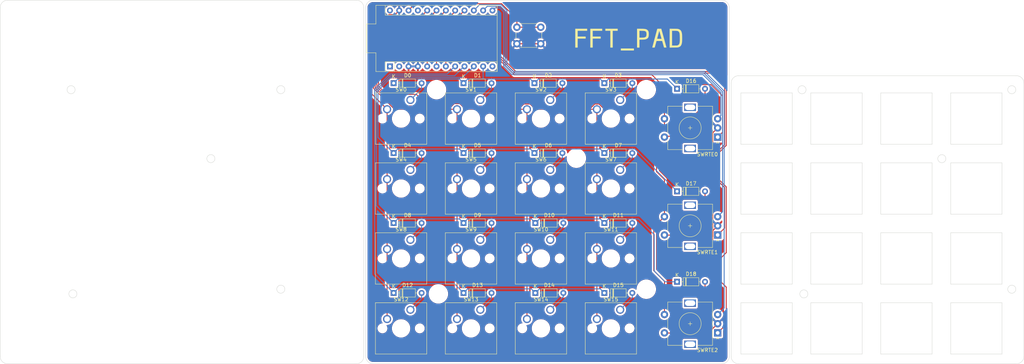
<source format=kicad_pcb>
(kicad_pcb (version 20211014) (generator pcbnew)
  (layers (0 "F.Cu" signal) (31 "B.Cu" signal) (34 "B.Paste" user) (35 "F.Paste" user) (36 "B.SilkS" user "B.Silkscreen") (37 "F.SilkS" user "F.Silkscreen") (38 "B.Mask" user) (39 "F.Mask" user) (44 "Edge.Cuts" user))
  (net 0 "")
  (net 1 "row0")
  (net 2 "Net-(D0-Pad2)")
  (net 3 "Net-(SW1-Pad1)")
  (net 4 "Net-(SW2-Pad1)")
  (net 5 "Net-(SW3-Pad1)")
  (net 6 "row1")
  (net 7 "Net-(SW4-Pad1)")
  (net 8 "Net-(SW5-Pad1)")
  (net 9 "Net-(SW6-Pad1)")
  (net 10 "Net-(SW7-Pad1)")
  (net 11 "row2")
  (net 12 "Net-(SW8-Pad1)")
  (net 13 "Net-(SW9-Pad1)")
  (net 14 "Net-(SW10-Pad1)")
  (net 15 "Net-(SW11-Pad1)")
  (net 16 "row3")
  (net 17 "Net-(SW12-Pad1)")
  (net 18 "Net-(SW13-Pad1)")
  (net 19 "Net-(SW14-Pad1)")
  (net 20 "Net-(SW15-Pad1)")
  (net 21 "Net-(SWRTE0-PadS2)")
  (net 22 "Net-(SWRTE1-PadS2)")
  (net 23 "Net-(SWRTE2-PadS2)")
  (net 24 "col4")
  (net 25 "col3")
  (net 26 "col2")
  (net 28 "col1")
  (net 30 "col0")
  (net 31 "GND")
  (net 32 "RTE2")
  (net 33 "RTE1")
  (net 34 "RTE3")
  (net 35 "RTE0")
  (net 36 "RTE4")
  (net 38 "RTE5")
  (net 39 "RST")
  (footprint "Diode_THT:D_DO-35_SOD27_P7.62mm_Horizontal" (layer "F.Cu") (at 116.332 95.758)
    (fp_text reference "D7")
    (fp_text value "1N4148")
  )
  (footprint "Button_Switch_Keyboard:SW_Cherry_MX_1.00u_PCB" (layer "F.Cu") (at 101.6 81.28)
    (fp_text reference "SW2")
    (fp_text value "SW_Push")
  )
  (footprint "Button_Switch_Keyboard:SW_Cherry_MX_1.00u_PCB" (layer "F.Cu") (at 63.5 119.38)
    (fp_text reference "SW8")
    (fp_text value "SW_Push")
  )
  (footprint "Button_Switch_Keyboard:SW_Cherry_MX_1.00u_PCB" (layer "F.Cu") (at 63.5 81.28)
    (fp_text reference "SW0")
    (fp_text value "SW_Push")
  )
  (footprint "Diode_THT:D_DO-35_SOD27_P7.62mm_Horizontal" (layer "F.Cu") (at 97.536 114.808)
    (fp_text reference "D10")
    (fp_text value "1N4148")
  )
  (footprint "Diode_THT:D_DO-35_SOD27_P7.62mm_Horizontal" (layer "F.Cu") (at 58.928 95.758)
    (fp_text reference "D4")
    (fp_text value "1N4148")
  )
  (footprint "Diode_THT:D_DO-35_SOD27_P7.62mm_Horizontal" (layer "F.Cu") (at 97.282 76.708)
    (fp_text reference "D2")
    (fp_text value "1N4148")
  )
  (footprint "kbd:M2_HOLE_v2" (layer "F.Cu") (at 108.712 97.155)
    (fp_text reference "Ref**" hide)
    (fp_text value "Val**" hide)
  )
  (footprint "Button_Switch_Keyboard:SW_Cherry_MX_1.00u_PCB" (layer "F.Cu") (at 120.65 119.38)
    (fp_text reference "SW11")
    (fp_text value "SW_Push")
  )
  (footprint "Diode_THT:D_DO-35_SOD27_P7.62mm_Horizontal" (layer "F.Cu") (at 58.928 76.708)
    (fp_text reference "D0")
    (fp_text value "1N4148")
  )
  (footprint "Diode_THT:D_DO-35_SOD27_P7.62mm_Horizontal" (layer "F.Cu") (at 77.978 76.708)
    (fp_text reference "D1")
    (fp_text value "1N4148")
  )
  (footprint "Diode_THT:D_DO-35_SOD27_P7.62mm_Horizontal" (layer "F.Cu") (at 97.282 95.758)
    (fp_text reference "D6")
    (fp_text value "1N4148")
  )
  (footprint "Button_Switch_Keyboard:SW_Cherry_MX_1.00u_PCB" (layer "F.Cu") (at 82.55 81.28)
    (fp_text reference "SW1")
    (fp_text value "SW_Push")
  )
  (footprint "Diode_THT:D_DO-35_SOD27_P7.62mm_Horizontal" (layer "F.Cu") (at 136.144 106.172)
    (fp_text reference "D17")
    (fp_text value "1N4148")
  )
  (footprint "Button_Switch_Keyboard:SW_Cherry_MX_1.00u_PCB" (layer "F.Cu") (at 101.6 119.38)
    (fp_text reference "SW10")
    (fp_text value "SW_Push")
  )
  (footprint "Diode_THT:D_DO-35_SOD27_P7.62mm_Horizontal" (layer "F.Cu") (at 58.928 133.858)
    (fp_text reference "D12")
    (fp_text value "1N4148")
  )
  (footprint "Button_Switch_Keyboard:SW_Cherry_MX_1.00u_PCB" (layer "F.Cu") (at 101.6 100.33)
    (fp_text reference "SW6")
    (fp_text value "SW_Push")
  )
  (footprint "Arduino:Sparkfun_Pro_Micro" (layer "F.Cu") (at 85.852 56.896 -90)
    (fp_text reference "Sparkfun_Pro_Micro1" hide)
    (fp_text value "Pro_Micro")
  )
  (footprint "Rotary_Encoder:RotaryEncoder_Alps_EC11E-Switch_Vertical_H20mm" (layer "F.Cu") (at 147.204 91.4 180)
    (fp_text reference "SWRTE0")
    (fp_text value "RotaryEncoder_Switch")
  )
  (footprint "Diode_THT:D_DO-35_SOD27_P7.62mm_Horizontal" (layer "F.Cu") (at 58.928 114.808)
    (fp_text reference "D8")
    (fp_text value "1N4148")
  )
  (footprint "Button_Switch_Keyboard:SW_Cherry_MX_1.00u_PCB" (layer "F.Cu") (at 82.55 100.33)
    (fp_text reference "SW5")
    (fp_text value "SW_Push")
  )
  (footprint "Diode_THT:D_DO-35_SOD27_P7.62mm_Horizontal" (layer "F.Cu") (at 116.332 114.808)
    (fp_text reference "D11")
    (fp_text value "1N4148")
  )
  (footprint "Button_Switch_Keyboard:SW_Cherry_MX_1.00u_PCB" (layer "F.Cu") (at 82.55 119.38)
    (fp_text reference "SW9")
    (fp_text value "SW_Push")
  )
  (footprint "Button_Switch_Keyboard:SW_Cherry_MX_1.00u_PCB" (layer "F.Cu") (at 120.65 81.28)
    (fp_text reference "SW3")
    (fp_text value "SW_Push")
  )
  (footprint "kbd:M2_HOLE_v2" (layer "F.Cu") (at 71.12 134.112)
    (fp_text reference "Ref**" hide)
    (fp_text value "Val**" hide)
  )
  (footprint "Diode_THT:D_DO-35_SOD27_P7.62mm_Horizontal" (layer "F.Cu") (at 77.978 114.808)
    (fp_text reference "D9")
    (fp_text value "1N4148")
  )
  (footprint "FFT_PAD:FFT_PAD_sized_Vertical" (layer "F.Cu") (at 122.936 64.516)
    (fp_text reference "G***" hide)
    (fp_text value "LOGO" hide)
  )
  (footprint "kbd:M2_HOLE_v2" (layer "F.Cu") (at 127.762 132.842)
    (fp_text reference "Ref**" hide)
    (fp_text value "Val**" hide)
  )
  (footprint "Rotary_Encoder:RotaryEncoder_Alps_EC11E-Switch_Vertical_H20mm" (layer "F.Cu") (at 147.204 118.07 180)
    (fp_text reference "SWRTE1")
    (fp_text value "RotaryEncoder_Switch")
  )
  (footprint "Diode_THT:D_DO-35_SOD27_P7.62mm_Horizontal" (layer "F.Cu") (at 116.332 133.858)
    (fp_text reference "D15")
    (fp_text value "1N4148")
  )
  (footprint "Diode_THT:D_DO-35_SOD27_P7.62mm_Horizontal" (layer "F.Cu") (at 116.332 76.708)
    (fp_text reference "D3")
    (fp_text value "1N4148")
  )
  (footprint "Diode_THT:D_DO-35_SOD27_P7.62mm_Horizontal" (layer "F.Cu") (at 77.978 95.758)
    (fp_text reference "D5")
    (fp_text value "1N4148")
  )
  (footprint "Diode_THT:D_DO-35_SOD27_P7.62mm_Horizontal" (layer "F.Cu") (at 136.144 130.81)
    (fp_text reference "D18")
    (fp_text value "1N4148")
  )
  (footprint "Diode_THT:D_DO-35_SOD27_P7.62mm_Horizontal" (layer "F.Cu") (at 136.144 78.232)
    (fp_text reference "D16")
    (fp_text value "1N4148")
  )
  (footprint "Diode_THT:D_DO-35_SOD27_P7.62mm_Horizontal" (layer "F.Cu") (at 77.978 133.858)
    (fp_text reference "D13")
    (fp_text value "1N4148")
  )
  (footprint "kbd:M2_HOLE_v2" (layer "F.Cu") (at 70.612 78.486)
    (fp_text reference "Ref**" hide)
    (fp_text value "Val**" hide)
  )
  (footprint "Button_Switch_THT:SW_PUSH_6mm" (layer "F.Cu") (at 92.508 61.468)
    (fp_text reference "SW19" hide)
    (fp_text value "SW_Push")
  )
  (footprint "Button_Switch_Keyboard:SW_Cherry_MX_1.00u_PCB" (layer "F.Cu") (at 101.6 138.43)
    (fp_text reference "SW14")
    (fp_text value "SW_Push")
  )
  (footprint "Rotary_Encoder:RotaryEncoder_Alps_EC11E-Switch_Vertical_H20mm" (layer "F.Cu") (at 147.204 144.74 180)
    (fp_text reference "SWRTE2")
    (fp_text value "RotaryEncoder_Switch")
  )
  (footprint "Button_Switch_Keyboard:SW_Cherry_MX_1.00u_PCB" (layer "F.Cu") (at 63.5 138.43)
    (fp_text reference "SW12")
    (fp_text value "SW_Push")
  )
  (footprint "Button_Switch_Keyboard:SW_Cherry_MX_1.00u_PCB" (layer "F.Cu") (at 63.5 100.33)
    (fp_text reference "SW4")
    (fp_text value "SW_Push")
  )
  (footprint "Button_Switch_Keyboard:SW_Cherry_MX_1.00u_PCB" (layer "F.Cu") (at 82.55 138.43)
    (fp_text reference "SW13")
    (fp_text value "SW_Push")
  )
  (footprint "Button_Switch_Keyboard:SW_Cherry_MX_1.00u_PCB" (layer "F.Cu") (at 120.65 100.33)
    (fp_text reference "SW7")
    (fp_text value "SW_Push")
  )
  (footprint "kbd:M2_HOLE_v2" (layer "F.Cu") (at 127.762 78.486)
    (fp_text reference "Ref**" hide)
    (fp_text value "Val**" hide)
  )
  (footprint "Diode_THT:D_DO-35_SOD27_P7.62mm_Horizontal" (layer "F.Cu") (at 97.536 133.858)
    (fp_text reference "D14")
    (fp_text value "1N4148")
  )
  (footprint "Button_Switch_Keyboard:SW_Cherry_MX_1.00u_PCB" (layer "F.Cu") (at 120.65 138.43)
    (fp_text reference "SW15")
    (fp_text value "SW_Push")
  )
  (gr_line (start 186.563 131.445) (end 172.593 131.445) (layer "Edge.Cuts") (width 0.1))
  (gr_line (start 153.543 79.375) (end 167.513 79.375) (layer "Edge.Cuts") (width 0.1))
  (gr_circle (center 9.14 97.27) (end 9.14 98.37) (layer "Edge.Cuts") (width 0.1) (fill none))
  (gr_arc (start 150.876 76.708) (mid 151.471159 75.271159) (end 152.908 74.676) (layer "Edge.Cuts") (width 0.1))
  (gr_line (start 167.513 150.495) (end 153.543 150.495) (layer "Edge.Cuts") (width 0.1))
  (gr_arc (start 50.8 151.13) (mid 50.204841 152.566841) (end 48.768 153.162) (layer "Edge.Cuts") (width 0.1))
  (gr_line (start 224.663 98.425) (end 224.663 112.395) (layer "Edge.Cuts") (width 0.1))
  (gr_line (start 186.563 79.375) (end 186.563 93.345) (layer "Edge.Cuts") (width 0.1))
  (gr_circle (center 28.194 78.48) (end 28.194 79.58) (layer "Edge.Cuts") (width 0.1) (fill none))
  (gr_line (start 224.663 93.345) (end 210.693 93.345) (layer "Edge.Cuts") (width 0.1))
  (gr_line (start 167.513 136.525) (end 167.513 150.495) (layer "Edge.Cuts") (width 0.1))
  (gr_circle (center -28.95 78.49) (end -28.95 79.59) (layer "Edge.Cuts") (width 0.1) (fill none))
  (gr_line (start 205.613 93.345) (end 191.643 93.345) (layer "Edge.Cuts") (width 0.1))
  (gr_line (start 210.693 117.475) (end 210.693 131.445) (layer "Edge.Cuts") (width 0.1))
  (gr_line (start 224.663 112.395) (end 210.693 112.395) (layer "Edge.Cuts") (width 0.1))
  (gr_line (start 191.643 117.475) (end 191.643 131.445) (layer "Edge.Cuts") (width 0.1))
  (gr_arc (start 148.336 54.102) (mid 149.772841 54.697159) (end 150.368 56.134) (layer "Edge.Cuts") (width 0.1))
  (gr_arc (start 152.908 153.162) (mid 151.471159 152.566841) (end 150.876 151.13) (layer "Edge.Cuts") (width 0.1))
  (gr_arc (start 51.308 56.134) (mid 51.903159 54.697159) (end 53.34 54.102) (layer "Edge.Cuts") (width 0.1))
  (gr_line (start 172.593 117.475) (end 186.563 117.475) (layer "Edge.Cuts") (width 0.1))
  (gr_line (start 191.643 98.425) (end 205.613 98.425) (layer "Edge.Cuts") (width 0.1))
  (gr_circle (center 170.186 78.5) (end 170.186 79.6) (layer "Edge.Cuts") (width 0.1) (fill none))
  (gr_line (start 167.513 79.375) (end 167.513 93.345) (layer "Edge.Cuts") (width 0.1))
  (gr_line (start 224.663 150.495) (end 210.693 150.495) (layer "Edge.Cuts") (width 0.1))
  (gr_line (start 172.593 98.425) (end 172.593 112.395) (layer "Edge.Cuts") (width 0.1))
  (gr_line (start 224.663 79.375) (end 224.663 93.345) (layer "Edge.Cuts") (width 0.1))
  (gr_line (start 205.613 150.495) (end 191.643 150.495) (layer "Edge.Cuts") (width 0.1))
  (gr_line (start 150.368 151.13) (end 150.368 56.134) (layer "Edge.Cuts") (width 0.1))
  (gr_line (start 172.593 79.375) (end 172.593 93.345) (layer "Edge.Cuts") (width 0.1))
  (gr_circle (center 28.194 132.83) (end 28.194 133.93) (layer "Edge.Cuts") (width 0.1) (fill none))
  (gr_line (start 167.513 112.395) (end 153.543 112.395) (layer "Edge.Cuts") (width 0.1))
  (gr_line (start 172.593 136.525) (end 186.563 136.525) (layer "Edge.Cuts") (width 0.1))
  (gr_circle (center 227.33 78.49) (end 227.33 79.59) (layer "Edge.Cuts") (width 0.1) (fill none))
  (gr_line (start 172.593 150.495) (end 172.593 136.525) (layer "Edge.Cuts") (width 0.1))
  (gr_line (start 210.693 136.525) (end 210.693 150.495) (layer "Edge.Cuts") (width 0.1))
  (gr_line (start 153.543 136.525) (end 167.513 136.525) (layer "Edge.Cuts") (width 0.1))
  (gr_line (start 228.6 74.676) (end 152.908 74.676) (layer "Edge.Cuts") (width 0.1))
  (gr_arc (start 230.632 151.13) (mid 230.036841 152.566841) (end 228.6 153.162) (layer "Edge.Cuts") (width 0.1))
  (gr_line (start 210.693 79.375) (end 210.693 93.345) (layer "Edge.Cuts") (width 0.1))
  (gr_line (start 224.663 136.525) (end 224.663 150.495) (layer "Edge.Cuts") (width 0.1))
  (gr_line (start 205.613 131.445) (end 191.643 131.445) (layer "Edge.Cuts") (width 0.1))
  (gr_line (start 53.34 153.162) (end 148.336 153.162) (layer "Edge.Cuts") (width 0.1))
  (gr_line (start 153.543 79.375) (end 153.543 93.345) (layer "Edge.Cuts") (width 0.1))
  (gr_arc (start 150.368 151.13) (mid 149.772841 152.566841) (end 148.336 153.162) (layer "Edge.Cuts") (width 0.1))
  (gr_line (start 50.8 151.13) (end 50.8 56.134) (layer "Edge.Cuts") (width 0.1))
  (gr_line (start 153.543 136.525) (end 153.543 150.495) (layer "Edge.Cuts") (width 0.1))
  (gr_line (start 210.693 79.375) (end 224.663 79.375) (layer "Edge.Cuts") (width 0.1))
  (gr_line (start 150.876 76.708) (end 150.876 151.13) (layer "Edge.Cuts") (width 0.1))
  (gr_line (start 153.543 98.425) (end 167.513 98.425) (layer "Edge.Cuts") (width 0.1))
  (gr_line (start 186.563 98.425) (end 186.563 112.395) (layer "Edge.Cuts") (width 0.1))
  (gr_line (start -48.26 56.134) (end -48.26 151.13) (layer "Edge.Cuts") (width 0.1))
  (gr_line (start 186.563 117.475) (end 186.563 131.445) (layer "Edge.Cuts") (width 0.1))
  (gr_line (start 167.513 98.425) (end 167.513 112.395) (layer "Edge.Cuts") (width 0.1))
  (gr_line (start 205.613 79.375) (end 205.613 93.345) (layer "Edge.Cuts") (width 0.1))
  (gr_line (start 186.563 150.495) (end 172.593 150.495) (layer "Edge.Cuts") (width 0.1))
  (gr_line (start 153.543 98.425) (end 153.543 112.395) (layer "Edge.Cuts") (width 0.1))
  (gr_line (start 186.563 112.395) (end 172.593 112.395) (layer "Edge.Cuts") (width 0.1))
  (gr_line (start 153.543 117.475) (end 167.513 117.475) (layer "Edge.Cuts") (width 0.1))
  (gr_line (start 172.593 117.475) (end 172.593 131.445) (layer "Edge.Cuts") (width 0.1))
  (gr_circle (center 208.276 97.28) (end 208.276 98.38) (layer "Edge.Cuts") (width 0.1) (fill none))
  (gr_line (start 172.593 79.375) (end 186.563 79.375) (layer "Edge.Cuts") (width 0.1))
  (gr_line (start 167.513 117.475) (end 167.513 131.445) (layer "Edge.Cuts") (width 0.1))
  (gr_line (start 191.643 136.525) (end 191.643 150.495) (layer "Edge.Cuts") (width 0.1))
  (gr_line (start 186.563 136.525) (end 186.563 150.495) (layer "Edge.Cuts") (width 0.1))
  (gr_arc (start 53.34 153.162) (mid 51.903159 152.566841) (end 51.308 151.13) (layer "Edge.Cuts") (width 0.1))
  (gr_line (start 152.908 153.162) (end 228.6 153.162) (layer "Edge.Cuts") (width 0.1))
  (gr_line (start 186.563 93.345) (end 172.593 93.345) (layer "Edge.Cuts") (width 0.1))
  (gr_arc (start 228.6 74.676) (mid 230.036841 75.271159) (end 230.632 76.708) (layer "Edge.Cuts") (width 0.1))
  (gr_line (start 191.643 117.475) (end 205.613 117.475) (layer "Edge.Cuts") (width 0.1))
  (gr_line (start 48.768 54.102) (end -46.228 54.102) (layer "Edge.Cuts") (width 0.1))
  (gr_line (start 230.632 151.13) (end 230.632 76.708) (layer "Edge.Cuts") (width 0.1))
  (gr_line (start 191.643 79.375) (end 205.613 79.375) (layer "Edge.Cuts") (width 0.1))
  (gr_circle (center 170.686 134.12) (end 170.686 135.22) (layer "Edge.Cuts") (width 0.1) (fill none))
  (gr_arc (start 48.768 54.102) (mid 50.204841 54.697159) (end 50.8 56.134) (layer "Edge.Cuts") (width 0.1))
  (gr_line (start 205.613 112.395) (end 191.643 112.395) (layer "Edge.Cuts") (width 0.1))
  (gr_line (start 172.593 98.425) (end 186.563 98.425) (layer "Edge.Cuts") (width 0.1))
  (gr_line (start 210.693 117.475) (end 224.663 117.475) (layer "Edge.Cuts") (width 0.1))
  (gr_line (start 148.336 54.102) (end 53.34 54.102) (layer "Edge.Cuts") (width 0.1))
  (gr_line (start 210.693 136.525) (end 224.663 136.525) (layer "Edge.Cuts") (width 0.1))
  (gr_line (start 167.513 93.345) (end 153.543 93.345) (layer "Edge.Cuts") (width 0.1))
  (gr_line (start 210.693 98.425) (end 224.663 98.425) (layer "Edge.Cuts") (width 0.1))
  (gr_line (start 205.613 136.525) (end 205.613 150.495) (layer "Edge.Cuts") (width 0.1))
  (gr_line (start 224.663 117.475) (end 224.663 131.445) (layer "Edge.Cuts") (width 0.1))
  (gr_line (start 224.663 131.445) (end 210.693 131.445) (layer "Edge.Cuts") (width 0.1))
  (gr_line (start 191.643 136.525) (end 205.613 136.525) (layer "Edge.Cuts") (width 0.1))
  (gr_line (start 191.643 98.425) (end 191.643 112.395) (layer "Edge.Cuts") (width 0.1))
  (gr_line (start 210.693 98.425) (end 210.693 112.395) (layer "Edge.Cuts") (width 0.1))
  (gr_line (start 205.613 98.425) (end 205.613 112.395) (layer "Edge.Cuts") (width 0.1))
  (gr_line (start 51.308 56.134) (end 51.308 151.13) (layer "Edge.Cuts") (width 0.1))
  (gr_line (start 167.513 131.445) (end 153.543 131.445) (layer "Edge.Cuts") (width 0.1))
  (gr_arc (start -48.26 56.134) (mid -47.664841 54.697159) (end -46.228 54.102) (layer "Edge.Cuts") (width 0.1))
  (gr_arc (start -46.228 153.162) (mid -47.664841 152.566841) (end -48.26 151.13) (layer "Edge.Cuts") (width 0.1))
  (gr_line (start -46.228 153.162) (end 48.768 153.162) (layer "Edge.Cuts") (width 0.1))
  (gr_circle (center 227.33 132.84) (end 227.33 133.94) (layer "Edge.Cuts") (width 0.1) (fill none))
  (gr_line (start 191.643 79.375) (end 191.643 93.345) (layer "Edge.Cuts") (width 0.1))
  (gr_circle (center -28.45 134.11) (end -28.45 135.21) (layer "Edge.Cuts") (width 0.1) (fill none))
  (gr_line (start 153.543 117.475) (end 153.543 131.445) (layer "Edge.Cuts") (width 0.1))
  (gr_line (start 205.613 117.475) (end 205.613 131.445) (layer "Edge.Cuts") (width 0.1))
  (segment (start 133.495489 75.583489) (end 117.456511 75.583489) (width 0.25) (layer "B.Cu") (net 1))
  (segment (start 60.052511 75.583489) (end 76.853489 75.583489) (width 0.25) (layer "B.Cu") (net 1))
  (segment (start 79.102511 75.583489) (end 83.203489 75.583489) (width 0.25) (layer "B.Cu") (net 1))
  (segment (start 96.157489 75.583489) (end 97.282 76.708) (width 0.25) (layer "B.Cu") (net 1))
  (segment (start 58.928 76.708) (end 60.052511 75.583489) (width 0.25) (layer "B.Cu") (net 1))
  (segment (start 83.312 72.136) (end 83.312 75.474978) (width 0.25) (layer "B.Cu") (net 1))
  (segment (start 76.853489 75.583489) (end 77.978 76.708) (width 0.25) (layer "B.Cu") (net 1))
  (segment (start 77.978 76.708) (end 79.102511 75.583489) (width 0.25) (layer "B.Cu") (net 1))
  (segment (start 115.207489 75.583489) (end 116.332 76.708) (width 0.25) (layer "B.Cu") (net 1))
  (segment (start 117.456511 75.583489) (end 116.332 76.708) (width 0.25) (layer "B.Cu") (net 1))
  (segment (start 83.203489 75.583489) (end 96.157489 75.583489) (width 0.25) (layer "B.Cu") (net 1))
  (segment (start 83.312 75.474978) (end 83.203489 75.583489) (width 0.25) (layer "B.Cu") (net 1))
  (segment (start 97.282 76.708) (end 98.406511 75.583489) (width 0.25) (layer "B.Cu") (net 1))
  (segment (start 136.144 78.232) (end 133.495489 75.583489) (width 0.25) (layer "B.Cu") (net 1))
  (segment (start 98.406511 75.583489) (end 115.207489 75.583489) (width 0.25) (layer "B.Cu") (net 1))
  (segment (start 63.5 81.28) (end 66.548 78.232) (width 0.25) (layer "B.Cu") (net 2))
  (segment (start 66.548 78.232) (end 66.548 76.708) (width 0.25) (layer "B.Cu") (net 2))
  (segment (start 85.598 78.232) (end 85.598 76.708) (width 0.25) (layer "B.Cu") (net 3))
  (segment (start 82.55 81.28) (end 85.598 78.232) (width 0.25) (layer "B.Cu") (net 3))
  (segment (start 104.902 77.978) (end 104.902 76.708) (width 0.25) (layer "B.Cu") (net 4))
  (segment (start 101.6 81.28) (end 104.902 77.978) (width 0.25) (layer "B.Cu") (net 4))
  (segment (start 123.952 77.978) (end 123.952 76.708) (width 0.25) (layer "B.Cu") (net 5))
  (segment (start 120.65 81.28) (end 123.952 77.978) (width 0.25) (layer "B.Cu") (net 5))
  (segment (start 96.157489 94.633489) (end 97.282 95.758) (width 0.25) (layer "B.Cu") (net 6))
  (segment (start 115.207489 94.633489) (end 116.332 95.758) (width 0.25) (layer "B.Cu") (net 6))
  (segment (start 79.102511 94.633489) (end 96.157489 94.633489) (width 0.25) (layer "B.Cu") (net 6))
  (segment (start 136.144 106.172) (end 124.605489 94.633489) (width 0.25) (layer "B.Cu") (net 6))
  (segment (start 54.655479 91.485479) (end 54.655479 78.731499) (width 0.25) (layer "B.Cu") (net 6))
  (segment (start 117.456511 94.633489) (end 116.332 95.758) (width 0.25) (layer "B.Cu") (net 6))
  (segment (start 76.853489 94.633489) (end 77.978 95.758) (width 0.25) (layer "B.Cu") (net 6))
  (segment (start 124.605489 94.633489) (end 117.456511 94.633489) (width 0.25) (layer "B.Cu") (net 6))
  (segment (start 80.772 72.136) (end 77.774031 75.133969) (width 0.25) (layer "B.Cu") (net 6))
  (segment (start 77.774031 75.133969) (end 74.879969 75.133969) (width 0.25) (layer "B.Cu") (net 6))
  (segment (start 58.253009 75.133969) (end 74.879969 75.133969) (width 0.25) (layer "B.Cu") (net 6))
  (segment (start 54.655479 78.731499) (end 58.253009 75.133969) (width 0.25) (layer "B.Cu") (net 6))
  (segment (start 60.052511 94.633489) (end 76.853489 94.633489) (width 0.25) (layer "B.Cu") (net 6))
  (segment (start 58.928 95.758) (end 60.052511 94.633489) (width 0.25) (layer "B.Cu") (net 6))
  (segment (start 97.282 95.758) (end 98.406511 94.633489) (width 0.25) (layer "B.Cu") (net 6))
  (segment (start 98.406511 94.633489) (end 115.207489 94.633489) (width 0.25) (layer "B.Cu") (net 6))
  (segment (start 77.978 95.758) (end 79.102511 94.633489) (width 0.25) (layer "B.Cu") (net 6))
  (segment (start 58.928 95.758) (end 54.655479 91.485479) (width 0.25) (layer "B.Cu") (net 6))
  (segment (start 63.5 100.33) (end 66.548 97.282) (width 0.25) (layer "B.Cu") (net 7))
  (segment (start 66.548 97.282) (end 66.548 95.758) (width 0.25) (layer "B.Cu") (net 7))
  (segment (start 82.55 100.33) (end 85.598 97.282) (width 0.25) (layer "B.Cu") (net 8))
  (segment (start 85.598 97.282) (end 85.598 95.758) (width 0.25) (layer "B.Cu") (net 8))
  (segment (start 104.902 97.028) (end 104.902 95.758) (width 0.25) (layer "B.Cu") (net 9))
  (segment (start 101.6 100.33) (end 104.902 97.028) (width 0.25) (layer "B.Cu") (net 9))
  (segment (start 123.952 97.028) (end 123.952 95.758) (width 0.25) (layer "B.Cu") (net 10))
  (segment (start 120.65 100.33) (end 123.952 97.028) (width 0.25) (layer "B.Cu") (net 10))
  (segment (start 116.332 114.808) (end 117.456511 113.683489) (width 0.25) (layer "B.Cu") (net 11))
  (segment (start 77.978 114.808) (end 79.102511 113.683489) (width 0.25) (layer "B.Cu") (net 11))
  (segment (start 76.853489 113.683489) (end 77.978 114.808) (width 0.25) (layer "B.Cu") (net 11))
  (segment (start 79.102511 113.683489) (end 96.411489 113.683489) (width 0.25) (layer "B.Cu") (net 11))
  (segment (start 58.928 114.808) (end 54.205959 110.085959) (width 0.25) (layer "B.Cu") (net 11))
  (segment (start 73.651551 74.684449) (end 75.555833 74.684449) (width 0.25) (layer "B.Cu") (net 11))
  (segment (start 58.066812 74.684449) (end 73.651551 74.684449) (width 0.25) (layer "B.Cu") (net 11))
  (segment (start 125.621489 113.683489) (end 129.921 117.983) (width 0.25) (layer "B.Cu") (net 11))
  (segment (start 75.555833 74.684449) (end 78.168141 72.072141) (width 0.25) (layer "B.Cu") (net 11))
  (segment (start 115.207489 113.683489) (end 116.332 114.808) (width 0.25) (layer "B.Cu") (net 11))
  (segment (start 54.205959 78.545302) (end 58.066812 74.684449) (width 0.25) (layer "B.Cu") (net 11))
  (segment (start 98.660511 113.683489) (end 115.207489 113.683489) (width 0.25) (layer "B.Cu") (net 11))
  (segment (start 58.928 114.808) (end 60.052511 113.683489) (width 0.25) (layer "B.Cu") (net 11))
  (segment (start 97.536 114.808) (end 98.660511 113.683489) (width 0.25) (layer "B.Cu") (net 11))
  (segment (start 54.205959 110.085959) (end 54.205959 78.545302) (width 0.25) (layer "B.Cu") (net 11))
  (segment (start 132.842 130.81) (end 136.144 130.81) (width 0.25) (layer "B.Cu") (net 11))
  (segment (start 117.456511 113.683489) (end 125.621489 113.683489) (width 0.25) (layer "B.Cu") (net 11))
  (segment (start 96.411489 113.683489) (end 97.536 114.808) (width 0.25) (layer "B.Cu") (net 11))
  (segment (start 129.921 117.983) (end 129.921 127.889) (width 0.25) (layer "B.Cu") (net 11))
  (segment (start 129.921 127.889) (end 132.842 130.81) (width 0.25) (layer "B.Cu") (net 11))
  (segment (start 60.052511 113.683489) (end 76.853489 113.683489) (width 0.25) (layer "B.Cu") (net 11))
  (segment (start 66.548 116.332) (end 66.548 114.808) (width 0.25) (layer "B.Cu") (net 12))
  (segment (start 63.5 119.38) (end 66.548 116.332) (width 0.25) (layer "B.Cu") (net 12))
  (segment (start 85.598 116.332) (end 85.598 114.808) (width 0.25) (layer "B.Cu") (net 13))
  (segment (start 82.55 119.38) (end 85.598 116.332) (width 0.25) (layer "B.Cu") (net 13))
  (segment (start 105.156 115.824) (end 105.156 114.808) (width 0.25) (layer "B.Cu") (net 14))
  (segment (start 101.6 119.38) (end 105.156 115.824) (width 0.25) (layer "B.Cu") (net 14))
  (segment (start 120.65 119.38) (end 123.952 116.078) (width 0.25) (layer "B.Cu") (net 15))
  (segment (start 123.952 116.078) (end 123.952 114.808) (width 0.25) (layer "B.Cu") (net 15))
  (segment (start 61.468 131.318) (end 75.438 131.318) (width 0.25) (layer "B.Cu") (net 16))
  (segment (start 97.536 133.858) (end 98.660511 132.733489) (width 0.25) (layer "B.Cu") (net 16))
  (segment (start 58.928 133.858) (end 53.756439 128.686439) (width 0.25) (layer "B.Cu") (net 16))
  (segment (start 77.978 133.858) (end 79.102511 132.733489) (width 0.25) (layer "B.Cu") (net 16))
  (segment (start 75.438 131.318) (end 77.978 133.858) (width 0.25) (layer "B.Cu") (net 16))
  (segment (start 79.102511 132.733489) (end 96.411489 132.733489) (width 0.25) (layer "B.Cu") (net 16))
  (segment (start 96.411489 132.733489) (end 97.536 133.858) (width 0.25) (layer "B.Cu") (net 16))
  (segment (start 115.207489 132.733489) (end 116.332 133.858) (width 0.25) (layer "B.Cu") (net 16))
  (segment (start 57.880615 74.234929) (end 73.465353 74.234929) (width 0.25) (layer "B.Cu") (net 16))
  (segment (start 58.928 133.858) (end 61.468 131.318) (width 0.25) (layer "B.Cu") (net 16))
  (segment (start 53.756439 78.359105) (end 57.880615 74.234929) (width 0.25) (layer "B.Cu") (net 16))
  (segment (start 73.465353 74.234929) (end 75.628141 72.072141) (width 0.25) (layer "B.Cu") (net 16))
  (segment (start 98.660511 132.733489) (end 115.207489 132.733489) (width 0.25) (layer "B.Cu") (net 16))
  (segment (start 53.756439 128.686439) (end 53.756439 78.359105) (width 0.25) (layer "B.Cu") (net 16))
  (segment (start 66.548 135.382) (end 66.548 133.858) (width 0.25) (layer "B.Cu") (net 17))
  (segment (start 63.5 138.43) (end 66.548 135.382) (width 0.25) (layer "B.Cu") (net 17))
  (segment (start 82.55 138.43) (end 85.598 135.382) (width 0.25) (layer "B.Cu") (net 18))
  (segment (start 85.598 135.382) (end 85.598 133.858) (width 0.25) (layer "B.Cu") (net 18))
  (segment (start 105.156 134.874) (end 105.156 133.858) (width 0.25) (layer "B.Cu") (net 19))
  (segment (start 101.6 138.43) (end 105.156 134.874) (width 0.25) (layer "B.Cu") (net 19))
  (segment (start 120.65 138.43) (end 123.952 135.128) (width 0.25) (layer "B.Cu") (net 20))
  (segment (start 123.952 135.128) (end 123.952 133.858) (width 0.25) (layer "B.Cu") (net 20))
  (segment (start 135.067022 91.186) (end 143.764 82.489022) (width 0.25) (layer "F.Cu") (net 21))
  (segment (start 132.704 91.4) (end 132.918 91.186) (width 0.25) (layer "F.Cu") (net 21))
  (segment (start 143.764 82.489022) (end 143.764 78.232) (width 0.25) (layer "F.Cu") (net 21))
  (segment (start 132.918 91.186) (end 135.067022 91.186) (width 0.25) (layer "F.Cu") (net 21))
  (segment (start 135.575022 118.11) (end 143.764 109.921022) (width 0.25) (layer "F.Cu") (net 22))
  (segment (start 132.704 118.07) (end 132.744 118.11) (width 0.25) (layer "F.Cu") (net 22))
  (segment (start 143.764 109.921022) (end 143.764 106.172) (width 0.25) (layer "F.Cu") (net 22))
  (segment (start 132.744 118.11) (end 135.575022 118.11) (width 0.25) (layer "F.Cu") (net 22))
  (segment (start 132.744 144.78) (end 136.845022 144.78) (width 0.25) (layer "F.Cu") (net 23))
  (segment (start 132.704 144.74) (end 132.744 144.78) (width 0.25) (layer "F.Cu") (net 23))
  (segment (start 136.845022 144.78) (end 143.764 137.861022) (width 0.25) (layer "F.Cu") (net 23))
  (segment (start 143.764 137.861022) (end 143.764 130.81) (width 0.25) (layer "F.Cu") (net 23))
  (segment (start 113.709947 82.395489) (end 112.734956 83.37048) (width 0.25) (layer "F.Cu") (net 24))
  (segment (start 97.722198 83.37048) (end 96.297686 81.945969) (width 0.25) (layer "F.Cu") (net 24))
  (segment (start 132.704 84.19) (end 131.826 83.312) (width 0.25) (layer "F.Cu") (net 24))
  (segment (start 65.10256 79.756) (end 57.023718 79.756) (width 0.25) (layer "F.Cu") (net 24))
  (segment (start 74.79296 60.33504) (end 78.232 56.896) (width 0.25) (layer "F.Cu") (net 24))
  (segment (start 115.824 83.312) (end 114.907489 82.395489) (width 0.25) (layer "F.Cu") (net 24))
  (segment (start 54.8256 77.557882) (end 54.8256 64.107752) (width 0.25) (layer "F.Cu") (net 24))
  (segment (start 94.202314 81.945969) (end 93.227322 82.92096) (width 0.25) (layer "F.Cu") (net 24))
  (segment (start 129.794 127.754893) (end 129.794 115.98) (width 0.25) (layer "F.Cu") (net 24))
  (segment (start 79.11096 82.92096) (end 77.58696 81.39696) (width 0.25) (layer "F.Cu") (net 24))
  (segment (start 58.598312 60.33504) (end 74.79296 60.33504) (width 0.25) (layer "F.Cu") (net 24))
  (segment (start 74.98848 81.39696) (end 73.914 82.47144) (width 0.25) (layer "F.Cu") (net 24))
  (segment (start 93.227322 82.92096) (end 79.11096 82.92096) (width 0.25) (layer "F.Cu") (net 24))
  (segment (start 131.826 83.312) (end 115.824 83.312) (width 0.25) (layer "F.Cu") (net 24))
  (segment (start 132.704 88.53) (end 132.704 86.4) (width 0.25) (layer "F.Cu") (net 24))
  (segment (start 132.704 130.664893) (end 129.794 127.754893) (width 0.25) (layer "F.Cu") (net 24))
  (segment (start 114.907489 82.395489) (end 113.709947 82.395489) (width 0.25) (layer "F.Cu") (net 24))
  (segment (start 112.734956 83.37048) (end 97.722198 83.37048) (width 0.25) (layer "F.Cu") (net 24))
  (segment (start 132.704 113.07) (end 132.704 102.986) (width 0.25) (layer "F.Cu") (net 24))
  (segment (start 132.704 86.4) (end 132.704 84.19) (width 0.25) (layer "F.Cu") (net 24))
  (segment (start 57.023718 79.756) (end 54.8256 77.557882) (width 0.25) (layer "F.Cu") (net 24))
  (segment (start 130.556 100.838) (end 130.556 90.678) (width 0.25) (layer "F.Cu") (net 24))
  (segment (start 73.914 82.47144) (end 67.818 82.47144) (width 0.25) (layer "F.Cu") (net 24))
  (segment (start 77.58696 81.39696) (end 74.98848 81.39696) (width 0.25) (layer "F.Cu") (net 24))
  (segment (start 132.704 102.986) (end 130.556 100.838) (width 0.25) (layer "F.Cu") (net 24))
  (segment (start 129.794 115.98) (end 132.704 113.07) (width 0.25) (layer "F.Cu") (net 24))
  (segment (start 132.704 139.74) (end 132.704 130.664893) (width 0.25) (layer "F.Cu") (net 24))
  (segment (start 130.556 90.678) (end 132.704 88.53) (width 0.25) (layer "F.Cu") (net 24))
  (segment (start 96.297686 81.945969) (end 94.202314 81.945969) (width 0.25) (layer "F.Cu") (net 24))
  (segment (start 54.8256 64.107752) (end 58.598312 60.33504) (width 0.25) (layer "F.Cu") (net 24))
  (segment (start 67.818 82.47144) (end 65.10256 79.756) (width 0.25) (layer "F.Cu") (net 24))
  (segment (start 114.3 102.87) (end 114.3 121.92) (width 0.25) (layer "F.Cu") (net 25))
  (segment (start 97.536 83.82) (end 96.111489 82.395489) (width 0.25) (layer "F.Cu") (net 25))
  (segment (start 74.177322 82.92096) (end 59.55296 82.92096) (width 0.25) (layer "F.Cu") (net 25))
  (segment (start 58.412114 59.88552) (end 72.947156 59.88552) (width 0.25) (layer "F.Cu") (net 25))
  (segment (start 114.3 83.82) (end 97.536 83.82) (width 0.25) (layer "F.Cu") (net 25))
  (segment (start 54.37608 77.74408) (end 54.37608 63.921554) (width 0.25) (layer "F.Cu") (net 25))
  (segment (start 73.147338 59.685338) (end 75.174677 57.658) (width 0.25) (layer "F.Cu") (net 25))
  (segment (start 93.41352 83.37048) (end 78.79848 83.37048) (width 0.25) (layer "F.Cu") (net 25))
  (segment (start 77.27448 81.84648) (end 75.251803 81.84648) (width 0.25) (layer "F.Cu") (net 25))
  (segment (start 94.388511 82.395489) (end 93.41352 83.37048) (width 0.25) (layer "F.Cu") (net 25))
  (segment (start 72.947156 59.88552) (end 73.147338 59.685338) (width 0.25) (layer "F.Cu") (net 25))
  (segment (start 59.55296 82.92096) (end 54.37608 77.74408) (width 0.25) (layer "F.Cu") (net 25))
  (segment (start 54.37608 63.921554) (end 58.412114 59.88552) (width 0.25) (layer "F.Cu") (net 25))
  (segment (start 114.3 83.82) (end 114.3 102.87) (width 0.25) (layer "F.Cu") (net 25))
  (segment (start 114.3 121.92) (end 114.3 140.97) (width 0.25) (layer "F.Cu") (net 25))
  (segment (start 72.947157 59.88552) (end 73.147338 59.685338) (width 0.25) (layer "F.Cu") (net 25))
  (segment (start 75.251803 81.84648) (end 74.177322 82.92096) (width 0.25) (layer "F.Cu") (net 25))
  (segment (start 96.111489 82.395489) (end 94.388511 82.395489) (width 0.25) (layer "F.Cu") (net 25))
  (segment (start 75.174677 57.658) (end 75.184 57.658) (width 0.25) (layer "F.Cu") (net 25))
  (segment (start 78.79848 83.37048) (end 77.27448 81.84648) (width 0.25) (layer "F.Cu") (net 25))
  (segment (start 78.486 83.82) (end 76.962 82.296) (width 0.25) (layer "F.Cu") (net 26))
  (segment (start 58.225916 59.436) (end 70.612 59.436) (width 0.25) (layer "F.Cu") (net 26))
  (segment (start 95.25 121.92) (end 95.25 102.87) (width 0.25) (layer "F.Cu") (net 26))
  (segment (start 95.25 140.97) (end 95.25 121.92) (width 0.25) (layer "F.Cu") (net 26))
  (segment (start 70.612 59.436) (end 73.152 56.896) (width 0.25) (layer "F.Cu") (net 26))
  (segment (start 75.438 82.296) (end 74.36352 83.37048) (width 0.25) (layer "F.Cu") (net 26))
  (segment (start 74.36352 83.37048) (end 59.350762 83.37048) (width 0.25) (layer "F.Cu") (net 26))
  (segment (start 76.962 82.296) (end 75.438 82.296) (width 0.25) (layer "F.Cu") (net 26))
  (segment (start 95.25 83.82) (end 78.486 83.82) (width 0.25) (layer "F.Cu") (net 26))
  (segment (start 53.92656 77.946278) (end 53.92656 63.735356) (width 0.25) (layer "F.Cu") (net 26))
  (segment (start 59.350762 83.37048) (end 53.92656 77.946278) (width 0.25) (layer "F.Cu") (net 26))
  (segment (start 53.92656 63.735356) (end 58.225916 59.436) (width 0.25) (layer "F.Cu") (net 26))
  (segment (start 95.25 102.87) (end 95.25 83.82) (width 0.25) (layer "F.Cu") (net 26))
  (segment (start 59.164564 83.82) (end 53.47704 78.132476) (width 0.25) (layer "F.Cu") (net 28))
  (segment (start 53.47704 63.549158) (end 58.039718 58.98648) (width 0.25) (layer "F.Cu") (net 28))
  (segment (start 53.47704 78.132476) (end 53.47704 63.549158) (width 0.25) (layer "F.Cu") (net 28))
  (segment (start 58.039718 58.98648) (end 68.52152 58.98648) (width 0.25) (layer "F.Cu") (net 28))
  (segment (start 76.2 121.92) (end 76.2 140.97) (width 0.25) (layer "F.Cu") (net 28))
  (segment (start 76.2 83.82) (end 59.164564 83.82) (width 0.25) (layer "F.Cu") (net 28))
  (segment (start 68.52152 58.98648) (end 70.612 56.896) (width 0.25) (layer "F.Cu") (net 28))
  (segment (start 76.2 102.87) (end 76.2 121.92) (width 0.25) (layer "F.Cu") (net 28))
  (segment (start 76.2 83.82) (end 76.2 102.87) (width 0.25) (layer "F.Cu") (net 28))
  (segment (start 57.15 83.82) (end 57.15 102.87) (width 0.25) (layer "F.Cu") (net 30))
  (segment (start 66.43104 58.53696) (end 68.072 56.896) (width 0.25) (layer "F.Cu") (net 30))
  (segment (start 53.02752 79.69752) (end 53.02752 63.36296) (width 0.25) (layer "F.Cu") (net 30))
  (segment (start 57.15 83.82) (end 53.02752 79.69752) (width 0.25) (layer "F.Cu") (net 30))
  (segment (start 57.15 102.87) (end 57.15 121.92) (width 0.25) (layer "F.Cu") (net 30))
  (segment (start 57.15 121.92) (end 57.15 140.97) (width 0.25) (layer "F.Cu") (net 30))
  (segment (start 57.85352 58.53696) (end 66.43104 58.53696) (width 0.25) (layer "F.Cu") (net 30))
  (segment (start 53.02752 63.36296) (end 57.85352 58.53696) (width 0.25) (layer "F.Cu") (net 30))
  (segment (start 78.232 148.844) (end 82.55 148.844) (width 0.25) (layer "F.Cu") (net 31))
  (segment (start 59.327489 58.020511) (end 57.666449 58.020511) (width 0.25) (layer "F.Cu") (net 31))
  (segment (start 119.888 148.59) (end 122.682 151.384) (width 0.25) (layer "F.Cu") (net 31))
  (segment (start 54.356 140.462) (end 54.356 143.51) (width 0.25) (layer "F.Cu") (net 31))
  (segment (start 52.578 128.27) (end 52.578 138.684) (width 0.25) (layer "F.Cu") (net 31))
  (segment (start 67.31 67.31) (end 68.072 67.31) (width 0.25) (layer "F.Cu") (net 31))
  (segment (start 52.578 138.684) (end 54.356 140.462) (width 0.25) (layer "F.Cu") (net 31))
  (segment (start 146.61648 95.56248) (end 146.61648 103.31952) (width 0.25) (layer "F.Cu") (net 31))
  (segment (start 54.102 126.746) (end 52.578 128.27) (width 0.25) (layer "F.Cu") (net 31))
  (segment (start 92.508 65.968) (end 99.008 65.968) (width 0.25) (layer "F.Cu") (net 31))
  (segment (start 146.61648 103.31952) (end 145.879489 104.056511) (width 0.25) (layer "F.Cu") (net 31))
  (segment (start 145.879489 104.056511) (end 145.879489 118.447489) (width 0.25) (layer "F.Cu") (net 31))
  (segment (start 95.25 151.384) (end 97.79 148.844) (width 0.25) (layer "F.Cu") (net 31))
  (segment (start 52.578 120.904) (end 54.102 122.428) (width 0.25) (layer "F.Cu") (net 31))
  (segment (start 52.578 102.362) (end 54.102 103.886) (width 0.25) (layer "F.Cu") (net 31))
  (segment (start 116.332 148.59) (end 119.888 148.59) (width 0.25) (layer "F.Cu") (net 31))
  (segment (start 54.356 151.384) (end 75.692 151.384) (width 0.25) (layer "F.Cu") (net 31))
  (segment (start 122.682 151.384) (end 142.24 151.384) (width 0.25) (layer "F.Cu") (net 31))
  (segment (start 85.09 151.384) (end 95.25 151.384) (width 0.25) (layer "F.Cu") (net 31))
  (segment (start 54.102 107.696) (end 52.578 109.22) (width 0.25) (layer "F.Cu") (net 31))
  (segment (start 145.879489 116.894511) (end 145.879489 118.447489) (width 0.25) (layer "F.Cu") (net 31))
  (segment (start 52.578 109.22) (end 52.578 120.904) (width 0.25) (layer "F.Cu") (net 31))
  (segment (start 52.578 149.606) (end 54.356 151.384) (width 0.25) (layer "F.Cu") (net 31))
  (segment (start 52.578 82.296) (end 54.102 83.82) (width 0.25) (layer "F.Cu") (net 31))
  (segment (start 54.356 143.51) (end 52.578 145.288) (width 0.25) (layer "F.Cu") (net 31))
  (segment (start 67.31 67.31) (end 65.532 69.088) (width 0.25) (layer "F.Cu") (net 31))
  (segment (start 145.542 131.318) (end 146.812 130.048) (width 0.25) (layer "F.Cu") (net 31))
  (segment (start 113.538 151.384) (end 116.332 148.59) (width 0.25) (layer "F.Cu") (net 31))
  (segment (start 101.092 148.844) (end 103.632 151.384) (width 0.25) (layer "F.Cu") (net 31))
  (segment (start 54.102 83.82) (end 54.102 88.646) (width 0.25) (layer "F.Cu") (net 31))
  (segment (start 145.879489 90.224511) (end 145.879489 94.825489) (width 0.25) (layer "F.Cu") (net 31))
  (segment (start 145.879489 124.289489) (end 145.879489 118.447489) (width 0.25) (layer "F.Cu") (net 31))
  (segment (start 97.79 148.844) (end 101.092 148.844) (width 0.25) (layer "F.Cu") (net 31))
  (segment (start 145.542 148.082) (end 145.542 131.318) (width 0.25) (layer "F.Cu") (net 31))
  (segment (start 146.812 125.222) (end 145.879489 124.289489) (width 0.25) (layer "F.Cu") (net 31))
  (segment (start 57.666449 58.020511) (end 52.578 63.10896) (width 0.25) (layer "F.Cu") (net 31))
  (segment (start 52.578 63.10896) (end 52.578 82.296) (width 0.25) (layer "F.Cu") (net 31))
  (segment (start 54.102 103.886) (end 54.102 107.696) (width 0.25) (layer "F.Cu") (net 31))
  (segment (start 54.102 88.646) (end 52.578 90.17) (width 0.25) (layer "F.Cu") (net 31))
  (segment (start 75.692 151.384) (end 78.232 148.844) (width 0.25) (layer "F.Cu") (net 31))
  (segment (start 91.166 67.31) (end 92.508 65.968) (width 0.25) (layer "F.Cu") (net 31))
  (segment (start 52.578 90.17) (end 52.578 102.362) (width 0.25) (layer "F.Cu") (net 31))
  (segment (start 62.992 69.088) (end 64.77 67.31) (width 0.25) (layer "F.Cu") (net 31))
  (segment (start 142.24 151.384) (end 145.542 148.082) (width 0.25) (layer "F.Cu") (net 31))
  (segment (start 68.072 67.31) (end 91.166 67.31) (width 0.25) (layer "F.Cu") (net 31))
  (segment (start 64.77 67.31) (end 68.072 67.31) (width 0.25) (layer "F.Cu") (net 31))
  (segment (start 65.532 69.088) (end 65.532 72.136) (width 0.25) (layer "F.Cu") (net 31))
  (segment (start 82.55 148.844) (end 85.09 151.384) (width 0.25) (layer "F.Cu") (net 31))
  (segment (start 62.992 72.136) (end 62.992 69.088) (width 0.25) (layer "F.Cu") (net 31))
  (segment (start 146.812 130.048) (end 146.812 125.222) (width 0.25) (layer "F.Cu") (net 31))
  (segment (start 147.204 142.24) (end 145.542 143.902) (width 0.25) (layer "F.Cu") (net 31))
  (segment (start 147.204 115.57) (end 145.879489 116.894511) (width 0.25) (layer "F.Cu") (net 31))
  (segment (start 145.879489 94.825489) (end 146.61648 95.56248) (width 0.25) (layer "F.Cu") (net 31))
  (segment (start 147.204 88.9) (end 145.879489 90.224511) (width 0.25) (layer "F.Cu") (net 31))
  (segment (start 60.452 56.896) (end 59.327489 58.020511) (width 0.25) (layer "F.Cu") (net 31))
  (segment (start 103.632 151.384) (end 113.538 151.384) (width 0.25) (layer "F.Cu") (net 31))
  (segment (start 52.578 145.288) (end 52.578 149.606) (width 0.25) (layer "F.Cu") (net 31))
  (segment (start 54.102 122.428) (end 54.102 126.746) (width 0.25) (layer "F.Cu") (net 31))
  (segment (start 90.56104 72.525604) (end 91.525246 73.48981) (width 0.25) (layer "B.Cu") (net 32))
  (segment (start 89.79904 56.905323) (end 89.79904 71.763604) (width 0.25) (layer "B.Cu") (net 32))
  (segment (start 91.525246 73.48981) (end 143.59381 73.48981) (width 0.25) (layer "B.Cu") (net 32))
  (segment (start 143.59381 73.48981) (end 148.978031 78.874031) (width 0.25) (layer "B.Cu") (net 32))
  (segment (start 148.978031 78.874031) (end 148.978031 137.965969) (width 0.25) (layer "B.Cu") (net 32))
  (segment (start 82.346031 55.321969) (end 88.215687 55.321969) (width 0.25) (layer "B.Cu") (net 32))
  (segment (start 148.978031 137.965969) (end 147.204 139.74) (width 0.25) (layer "B.Cu") (net 32))
  (segment (start 88.215687 55.321969) (end 89.79904 56.905323) (width 0.25) (layer "B.Cu") (net 32))
  (segment (start 89.79904 71.763604) (end 91.186 73.150564) (width 0.25) (layer "B.Cu") (net 32))
  (segment (start 80.772 56.896) (end 82.346031 55.321969) (width 0.25) (layer "B.Cu") (net 32))
  (segment (start 88.029489 55.771489) (end 89.34952 57.09152) (width 0.25) (layer "B.Cu") (net 33))
  (segment (start 143.407612 73.93933) (end 148.528511 79.060229) (width 0.25) (layer "B.Cu") (net 33))
  (segment (start 148.528511 111.745489) (end 147.204 113.07) (width 0.25) (layer "B.Cu") (net 33))
  (segment (start 89.34952 71.949802) (end 91.339048 73.93933) (width 0.25) (layer "B.Cu") (net 33))
  (segment (start 91.339048 73.93933) (end 143.407612 73.93933) (width 0.25) (layer "B.Cu") (net 33))
  (segment (start 83.312 56.896) (end 84.436511 55.771489) (width 0.25) (layer "B.Cu") (net 33))
  (segment (start 89.34952 57.09152) (end 89.34952 71.949802) (width 0.25) (layer "B.Cu") (net 33))
  (segment (start 148.528511 79.060229) (end 148.528511 111.745489) (width 0.25) (layer "B.Cu") (net 33))
  (segment (start 84.436511 55.771489) (end 88.029489 55.771489) (width 0.25) (layer "B.Cu") (net 33))
  (segment (start 73.152 69.088) (end 73.152 72.136) (width 0.25) (layer "F.Cu") (net 34))
  (segment (start 129.286 74.422) (end 91.820284 74.422) (width 0.25) (layer "F.Cu") (net 34))
  (segment (start 147.204 91.4) (end 148.528511 90.075489) (width 0.25) (layer "F.Cu") (net 34))
  (segment (start 91.820284 74.422) (end 89.471142 72.072858) (width 0.25) (layer "F.Cu") (net 34))
  (segment (start 148.528511 80.202511) (end 145.433489 77.107489) (width 0.25) (layer "F.Cu") (net 34))
  (segment (start 89.471142 72.072858) (end 89.471142 72.063538) (width 0.25) (layer "F.Cu") (net 34))
  (segment (start 142.602511 77.107489) (end 139.7 80.01) (width 0.25) (layer "F.Cu") (net 34))
  (segment (start 86.124644 68.71704) (end 73.52296 68.71704) (width 0.25) (layer "F.Cu") (net 34))
  (segment (start 139.7 80.01) (end 134.874 80.01) (width 0.25) (layer "F.Cu") (net 34))
  (segment (start 134.874 80.01) (end 129.286 74.422) (width 0.25) (layer "F.Cu") (net 34))
  (segment (start 148.528511 90.075489) (end 148.528511 80.202511) (width 0.25) (layer "F.Cu") (net 34))
  (segment (start 145.433489 77.107489) (end 142.602511 77.107489) (width 0.25) (layer "F.Cu") (net 34))
  (segment (start 89.471142 72.063538) (end 86.124644 68.71704) (width 0.25) (layer "F.Cu") (net 34))
  (segment (start 73.52296 68.71704) (end 73.152 69.088) (width 0.25) (layer "F.Cu") (net 34))
  (segment (start 88.9 72.135999) (end 91.152851 74.38885) (width 0.25) (layer "B.Cu") (net 35))
  (segment (start 87.843291 56.221009) (end 88.9 57.277718) (width 0.25) (layer "B.Cu") (net 35))
  (segment (start 148.078991 85.525009) (end 147.204 86.4) (width 0.25) (layer "B.Cu") (net 35))
  (segment (start 86.526991 56.221009) (end 87.843291 56.221009) (width 0.25) (layer "B.Cu") (net 35))
  (segment (start 91.152851 74.38885) (end 143.221414 74.38885) (width 0.25) (layer "B.Cu") (net 35))
  (segment (start 148.078991 79.246427) (end 148.078991 85.525009) (width 0.25) (layer "B.Cu") (net 35))
  (segment (start 85.852 56.896) (end 86.526991 56.221009) (width 0.25) (layer "B.Cu") (net 35))
  (segment (start 143.221414 74.38885) (end 148.078991 79.246427) (width 0.25) (layer "B.Cu") (net 35))
  (segment (start 88.9 57.277718) (end 88.9 72.135999) (width 0.25) (layer "B.Cu") (net 35))
  (segment (start 70.612 69.088) (end 71.43248 68.26752) (width 0.25) (layer "F.Cu") (net 36))
  (segment (start 92.00648 73.963158) (end 92.00648 73.97248) (width 0.25) (layer "F.Cu") (net 36))
  (segment (start 149.098 116.176) (end 147.204 118.07) (width 0.25) (layer "F.Cu") (net 36))
  (segment (start 147.066 95.504) (end 147.066 103.124) (width 0.25) (layer "F.Cu") (net 36))
  (segment (start 92.00648 73.97248) (end 147.506197 73.97248) (width 0.25) (layer "F.Cu") (net 36))
  (segment (start 147.506197 73.97248) (end 149.098 75.564283) (width 0.25) (layer "F.Cu") (net 36))
  (segment (start 71.43248 68.26752) (end 86.310842 68.26752) (width 0.25) (layer "F.Cu") (net 36))
  (segment (start 86.310842 68.26752) (end 92.00648 73.963158) (width 0.25) (layer "F.Cu") (net 36))
  (segment (start 70.612 72.136) (end 70.612 69.088) (width 0.25) (layer "F.Cu") (net 36))
  (segment (start 149.098 93.472) (end 147.066 95.504) (width 0.25) (layer "F.Cu") (net 36))
  (segment (start 149.098 75.564283) (end 149.098 93.472) (width 0.25) (layer "F.Cu") (net 36))
  (segment (start 147.066 103.124) (end 149.098 105.156) (width 0.25) (layer "F.Cu") (net 36))
  (segment (start 149.098 105.156) (end 149.098 116.176) (width 0.25) (layer "F.Cu") (net 36))
  (segment (start 68.072 69.088) (end 69.342 67.818) (width 0.25) (layer "F.Cu") (net 38))
  (segment (start 149.54752 142.39648) (end 147.204 144.74) (width 0.25) (layer "F.Cu") (net 38))
  (segment (start 149.54752 104.969802) (end 149.54752 122.87752) (width 0.25) (layer "F.Cu") (net 38))
  (segment (start 92.202 73.52296) (end 147.692395 73.52296) (width 0.25) (layer "F.Cu") (net 38))
  (segment (start 149.54752 75.378085) (end 149.54752 93.658198) (width 0.25) (layer "F.Cu") (net 38))
  (segment (start 147.32 125.10504) (end 147.32 130.048) (width 0.25) (layer "F.Cu") (net 38))
  (segment (start 149.54752 122.87752) (end 147.32 125.10504) (width 0.25) (layer "F.Cu") (net 38))
  (segment (start 69.342 67.818) (end 86.49704 67.818) (width 0.25) (layer "F.Cu") (net 38))
  (segment (start 147.692395 73.52296) (end 149.54752 75.378085) (width 0.25) (layer "F.Cu") (net 38))
  (segment (start 147.32 130.048) (end 149.54752 132.27552) (width 0.25) (layer "F.Cu") (net 38))
  (segment (start 147.51552 102.937802) (end 149.54752 104.969802) (width 0.25) (layer "F.Cu") (net 38))
  (segment (start 149.54752 93.658198) (end 147.51552 95.690198) (width 0.25) (layer "F.Cu") (net 38))
  (segment (start 147.51552 95.690198) (end 147.51552 102.937802) (width 0.25) (layer "F.Cu") (net 38))
  (segment (start 68.072 72.136) (end 68.072 69.088) (width 0.25) (layer "F.Cu") (net 38))
  (segment (start 86.49704 67.818) (end 92.202 73.52296) (width 0.25) (layer "F.Cu") (net 38))
  (segment (start 149.54752 132.27552) (end 149.54752 142.39648) (width 0.25) (layer "F.Cu") (net 38))
  (segment (start 92.508 59.234) (end 92.508 61.468) (width 0.25) (layer "F.Cu") (net 39))
  (segment (start 88.33352 55.05952) (end 92.508 59.234) (width 0.25) (layer "F.Cu") (net 39))
  (segment (start 92.508 61.468) (end 99.008 61.468) (width 0.25) (layer "F.Cu") (net 39))
  (segment (start 62.93352 56.896) (end 64.77 55.05952) (width 0.25) (layer "F.Cu") (net 39))
  (segment (start 64.77 55.05952) (end 88.33352 55.05952) (width 0.25) (layer "F.Cu") (net 39))
  (zone (net 31) (net_name "GND") (layers F&B.Cu) (connect_pads (clearance 0.508)) (min_thickness 0.254) (fill yes (thermal_gap 0.508) (thermal_bridge_width 0.508))
    (polygon (pts (xy 150.368 153.162) (xy 51.308 153.162) (xy 51.308 54.102) (xy 150.368 54.102)))
  )
)
</source>
